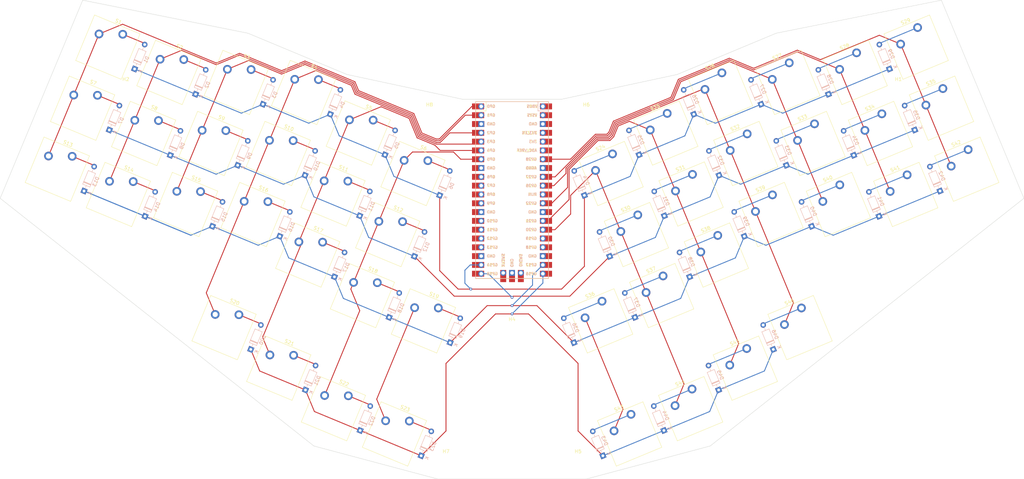
<source format=kicad_pcb>
(kicad_pcb (version 20221018) (generator pcbnew)
  (layers (0 "F.Cu" signal) (31 "B.Cu" signal) (34 "B.Paste" user) (35 "F.Paste" user) (36 "B.SilkS" user "B.Silkscreen") (37 "F.SilkS" user "F.Silkscreen") (38 "B.Mask" user) (39 "F.Mask" user) (44 "Edge.Cuts" user))
  (net 0 "")
  (net 1 "row0")
  (net 2 "Net-(D1-A)")
  (net 3 "Net-(D2-A)")
  (net 4 "Net-(D3-A)")
  (net 5 "Net-(D4-A)")
  (net 6 "Net-(D5-A)")
  (net 7 "Net-(D6-A)")
  (net 8 "row1")
  (net 9 "Net-(D7-A)")
  (net 10 "Net-(D8-A)")
  (net 11 "Net-(D9-A)")
  (net 12 "Net-(D10-A)")
  (net 13 "Net-(D11-A)")
  (net 14 "Net-(D12-A)")
  (net 15 "row2")
  (net 16 "Net-(D13-A)")
  (net 17 "Net-(D14-A)")
  (net 18 "Net-(D15-A)")
  (net 19 "Net-(D16-A)")
  (net 20 "Net-(D17-A)")
  (net 21 "Net-(D18-A)")
  (net 22 "Net-(D19-A)")
  (net 23 "row3")
  (net 24 "Net-(D20-A)")
  (net 25 "Net-(D21-A)")
  (net 26 "Net-(D22-A)")
  (net 27 "Net-(D23-A)")
  (net 28 "Net-(D24-A)")
  (net 29 "Net-(D25-A)")
  (net 30 "Net-(D26-A)")
  (net 31 "Net-(D27-A)")
  (net 32 "Net-(D28-A)")
  (net 33 "Net-(D29-A)")
  (net 34 "Net-(D30-A)")
  (net 35 "Net-(D31-A)")
  (net 36 "Net-(D32-A)")
  (net 37 "Net-(D33-A)")
  (net 38 "Net-(D34-A)")
  (net 39 "Net-(D35-A)")
  (net 40 "Net-(D36-A)")
  (net 41 "Net-(D37-A)")
  (net 42 "Net-(D38-A)")
  (net 43 "Net-(D39-A)")
  (net 44 "Net-(D40-A)")
  (net 45 "Net-(D41-A)")
  (net 46 "Net-(D42-A)")
  (net 47 "Net-(D43-A)")
  (net 48 "Net-(D44-A)")
  (net 49 "Net-(D45-A)")
  (net 50 "Net-(D46-A)")
  (net 76 "col0")
  (net 77 "col1")
  (net 78 "col2")
  (net 79 "col3")
  (net 80 "col4")
  (net 81 "col5")
  (net 82 "col6")
  (net 83 "col8")
  (net 84 "col9")
  (net 85 "col10")
  (net 86 "col11")
  (net 87 "col12")
  (net 88 "col13")
  (net 89 "col7")
  (footprint "MountingHole:MountingHole_2.2mm_M2" (layer "F.Cu") (at 36.2179 33.1444)
    (fp_text reference "H2")
    (fp_text value "Mounting_Hole")
  )
  (footprint "ScottoKeebs_MX:MX_PCB_1.00u" (layer "F.Cu") (at 122.082166 99.63993 -22.5)
    (fp_text reference "S19")
    (fp_text value "Keyswitch")
  )
  (footprint "ScottoKeebs_MX:MX_PCB_1.00u" (layer "F.Cu") (at 199.150473 124.972175 22.5)
    (fp_text reference "S44")
    (fp_text value "Keyswitch")
  )
  (footprint "MountingHole:MountingHole_2.2mm_M2" (layer "F.Cu") (at 169.06875 40.48125)
    (fp_text reference "H6")
    (fp_text value "Mounting_Hole")
  )
  (footprint "ScottoKeebs_MX:MX_PCB_1.00u" (layer "F.Cu") (at 41.372759 45.589428 -22.5)
    (fp_text reference "S8")
    (fp_text value "Keyswitch")
  )
  (footprint "ScottoKeebs_MX:MX_PCB_1.00u" (layer "F.Cu") (at 264.212026 20.699403 22.5)
    (fp_text reference "S29")
    (fp_text value "Keyswitch")
  )
  (footprint "ScottoKeebs_MX:MX_PCB_1.00u" (layer "F.Cu") (at 48.66288 27.989522 -22.5)
    (fp_text reference "S2")
    (fp_text value "Keyswitch")
  )
  (footprint "ScottoKeebs_MX:MX_PCB_1.00u" (layer "F.Cu") (at 206.570115 80.659715 22.5)
    (fp_text reference "S38")
    (fp_text value "Keyswitch")
  )
  (footprint "ScottoKeebs_MX:MX_PCB_1.00u" (layer "F.Cu") (at 181.550568 132.262292 22.5)
    (fp_text reference "S43")
    (fp_text value "Keyswitch")
  )
  (footprint "ScottoKeebs_MX:MX_PCB_1.00u" (layer "F.Cu") (at 80.347153 113.282078 -22.5)
    (fp_text reference "S21")
    (fp_text value "Keyswitch")
  )
  (footprint "ScottoKeebs_MX:MX_PCB_1.00u" (layer "F.Cu") (at 190.79274 92.34981 22.5)
    (fp_text reference "S37")
    (fp_text value "Keyswitch")
  )
  (footprint "ScottoKeebs_MX:MX_PCB_1.00u" (layer "F.Cu") (at 253.902241 45.589428 22.5)
    (fp_text reference "S34")
    (fp_text value "Keyswitch")
  )
  (footprint "ScottoKeebs_MX:MX_PCB_1.00u" (layer "F.Cu") (at 191.989876 45.459904 22.5)
    (fp_text reference "S25")
    (fp_text value "Keyswitch")
  )
  (footprint "ScottoKeebs_MX:MX_PCB_1.00u" (layer "F.Cu") (at 87.50775 33.769809 -22.5)
    (fp_text reference "S4")
    (fp_text value "Keyswitch")
  )
  (footprint "ScottoKeebs_MX:MX_PCB_1.00u" (layer "F.Cu") (at 31.062975 20.699403 -22.5)
    (fp_text reference "S1")
    (fp_text value "Keyswitch")
  )
  (footprint "ScottoKeebs_MX:MX_PCB_1.00u" (layer "F.Cu") (at 222.34749 68.969618 22.5)
    (fp_text reference "S39")
    (fp_text value "Keyswitch")
  )
  (footprint "ScottoKeebs_MX:MX_PCB_1.00u" (layer "F.Cu") (at 215.057371 51.369713 22.5)
    (fp_text reference "S32")
    (fp_text value "Keyswitch")
  )
  (footprint "ScottoKeebs_MX:MX_PCB_1.00u" (layer "F.Cu") (at 103.285125 45.459904 -22.5)
    (fp_text reference "S5")
    (fp_text value "Keyswitch")
  )
  (footprint "ScottoKeebs_MX:MX_PCB_1.00u" (layer "F.Cu") (at 95.995004 63.05981 -22.5)
    (fp_text reference "S11")
    (fp_text value "Keyswitch")
  )
  (footprint "ScottoKeebs_MX:MX_PCB_1.00u" (layer "F.Cu") (at 227.189686 30.879665 22.5)
    (fp_text reference "S27")
    (fp_text value "Keyswitch")
  )
  (footprint "ScottoKeebs_MX:MX_PCB_1.00u" (layer "F.Cu") (at 104.482261 92.34981 -22.5)
    (fp_text reference "S18")
    (fp_text value "Keyswitch")
  )
  (footprint "ScottoKeebs_MX:MX_PCB_1.00u" (layer "F.Cu") (at 183.50262 74.749905 22.5)
    (fp_text reference "S30")
    (fp_text value "Keyswitch")
  )
  (footprint "MountingHole:MountingHole_2.2mm_M2" (layer "F.Cu") (at 123.825 40.48125)
    (fp_text reference "H8")
    (fp_text value "Mounting_Hole")
  )
  (footprint "ScottoKeebs_MX:MX_PCB_1.00u" (layer "F.Cu") (at 80.217631 51.369714 -22.5)
    (fp_text reference "S10")
    (fp_text value "Keyswitch")
  )
  (footprint "ScottoKeebs_MX:MX_PCB_1.00u" (layer "F.Cu") (at 214.927849 113.282078 22.5)
    (fp_text reference "S45")
    (fp_text value "Keyswitch")
  )
  (footprint "ScottoKeebs_MX:MX_PCB_1.00u" (layer "F.Cu") (at 230.705224 101.591983 22.5)
    (fp_text reference "S46")
    (fp_text value "Keyswitch")
  )
  (footprint "ScottoKeebs_MX:MX_PCB_1.00u" (layer "F.Cu") (at 261.192359 63.189333 22.5)
    (fp_text reference "S41")
    (fp_text value "Keyswitch")
  )
  (footprint "MountingHole:MountingHole_2.2mm_M2" (layer "F.Cu") (at 147.6375 102.39375)
    (fp_text reference "H4")
    (fp_text value "Mounting_Hole")
  )
  (footprint "ScottoKeebs_MX:MX_PCB_1.00u" (layer "F.Cu") (at 16.482736 55.899213 -22.5)
    (fp_text reference "S13")
    (fp_text value "Keyswitch")
  )
  (footprint "ScottoKeebs_MX:MX_PCB_1.00u" (layer "F.Cu") (at 241.769925 66.079475 22.5)
    (fp_text reference "S40")
    (fp_text value "Keyswitch")
  )
  (footprint "ScottoKeebs_MX:MX_PCB_1.00u" (layer "F.Cu") (at 173.192836 99.63993 22.5)
    (fp_text reference "S36")
    (fp_text value "Keyswitch")
  )
  (footprint "ScottoKeebs_MX:MX_PCB_1.00u" (layer "F.Cu") (at 60.795195 48.479571 -22.5)
    (fp_text reference "S9")
    (fp_text value "Keyswitch")
  )
  (footprint "ScottoKeebs_MX:MX_PCB_1.00u" (layer "F.Cu") (at 53.505076 66.079476 -22.5)
    (fp_text reference "S15")
    (fp_text value "Keyswitch")
  )
  (footprint "ScottoKeebs_MX:MX_PCB_1.00u" (layer "F.Cu") (at 271.502146 38.299308 22.5)
    (fp_text reference "S35")
    (fp_text value "Keyswitch")
  )
  (footprint "ScottoKeebs_MX:MX_PCB_1.00u" (layer "F.Cu") (at 72.927511 68.969619 -22.5)
    (fp_text reference "S16")
    (fp_text value "Keyswitch")
  )
  (footprint "ScottoKeebs_MX:MX_PCB_1.00u" (layer "F.Cu") (at 119.0625 57.15 -22.5)
    (fp_text reference "S6")
    (fp_text value "Keyswitch")
  )
  (footprint "MountingHole:MountingHole_2.2mm_M2" (layer "F.Cu") (at 166.6875 140.49375)
    (fp_text reference "H5")
    (fp_text value "Mounting_Hole")
  )
  (footprint "ScottoKeebs_MX:MX_PCB_1.00u" (layer "F.Cu") (at 96.124529 124.972174 -22.5)
    (fp_text reference "S22")
    (fp_text value "Keyswitch")
  )
  (footprint "ScottoKeebs_MX:MX_PCB_1.00u" (layer "F.Cu") (at 34.082641 63.189333 -22.5)
    (fp_text reference "S14")
    (fp_text value "Keyswitch")
  )
  (footprint "ScottoKeebs_MX:MX_PCB_1.00u" (layer "F.Cu") (at 68.085315 30.879667 -22.5)
    (fp_text reference "S3")
    (fp_text value "Keyswitch")
  )
  (footprint "ScottoKeebs_MX:MX_PCB_1.00u" (layer "F.Cu") (at 64.569778 101.591983 -22.5)
    (fp_text reference "S20")
    (fp_text value "Keyswitch")
  )
  (footprint "ScottoKeebs_MX:MX_PCB_1.00u" (layer "F.Cu") (at 113.724434 132.262293 -22.5)
    (fp_text reference "S23")
    (fp_text value "Keyswitch")
  )
  (footprint "ScottoKeebs_MX:MX_PCB_1.00u" (layer "F.Cu") (at 176.2125 57.15 22.5)
    (fp_text reference "S24")
    (fp_text value "Keyswitch")
  )
  (footprint "ScottoKeebs_MCU:Raspberry_Pi_Pico" (layer "F.Cu") (at 147.6375 61.9125)
    (fp_text reference "U1" hide)
    (fp_text value "Raspberry_Pi_Pico" hide)
  )
  (footprint "ScottoKeebs_MX:MX_PCB_1.00u" (layer "F.Cu") (at 88.704886 80.659715 -22.5)
    (fp_text reference "S17")
    (fp_text value "Keyswitch")
  )
  (footprint "MountingHole:MountingHole_2.2mm_M2" (layer "F.Cu") (at 128.5875 140.49375)
    (fp_text reference "H7")
    (fp_text value "Mounting_Hole")
  )
  (footprint "ScottoKeebs_MX:MX_PCB_1.00u" (layer "F.Cu") (at 23.772855 38.299308 -22.5)
    (fp_text reference "S7")
    (fp_text value "Keyswitch")
  )
  (footprint "ScottoKeebs_MX:MX_PCB_1.00u" (layer "F.Cu") (at 234.479807 48.47957 22.5)
    (fp_text reference "S33")
    (fp_text value "Keyswitch")
  )
  (footprint "ScottoKeebs_MX:MX_PCB_1.00u" (layer "F.Cu") (at 199.279997 63.059808 22.5)
    (fp_text reference "S31")
    (fp_text value "Keyswitch")
  )
  (footprint "ScottoKeebs_MX:MX_PCB_1.00u" (layer "F.Cu") (at 246.612121 27.989522 22.5)
    (fp_text reference "S28")
    (fp_text value "Keyswitch")
  )
  (footprint "ScottoKeebs_MX:MX_PCB_1.00u" (layer "F.Cu") (at 111.772381 74.749905 -22.5)
    (fp_text reference "S12")
    (fp_text value "Keyswitch")
  )
  (footprint "MountingHole:MountingHole_2.2mm_M2" (layer "F.Cu") (at 259.0571 33.1444)
    (fp_text reference "H1")
    (fp_text value "Mounting_Hole")
  )
  (footprint "ScottoKeebs_MX:MX_PCB_1.00u" (layer "F.Cu") (at 278.792265 55.899213 22.5)
    (fp_text reference "S42")
    (fp_text value "Keyswitch")
  )
  (footprint "ScottoKeebs_MX:MX_PCB_1.00u" (layer "F.Cu") (at 207.76725 33.769808 22.5)
    (fp_text reference "S26")
    (fp_text value "Keyswitch")
  )
  (footprint "ScottoKeebs_Components:Diode_DO-35" (layer "B.Cu") (at 110.99156 51.74495 67.5)
    (fp_text reference "D5")
    (fp_text value "Diode")
  )
  (footprint "ScottoKeebs_Components:Diode_DO-35" (layer "B.Cu") (at 49.079194 51.874473 67.5)
    (fp_text reference "D8")
    (fp_text value "Diode")
  )
  (footprint "ScottoKeebs_Components:Diode_DO-35" (layer "B.Cu") (at 165.4864 105.924975 112.5)
    (fp_text reference "D36")
    (fp_text value "Diode")
  )
  (footprint "ScottoKeebs_Components:Diode_DO-35" (layer "B.Cu") (at 103.70144 69.344855 67.5)
    (fp_text reference "D11")
    (fp_text value "Diode")
  )
  (footprint "ScottoKeebs_Components:Diode_DO-35" (layer "B.Cu") (at 207.350936 57.654759 112.5)
    (fp_text reference "D32")
    (fp_text value "Diode")
  )
  (footprint "ScottoKeebs_Components:Diode_DO-35" (layer "B.Cu") (at 61.21151 72.364521 67.5)
    (fp_text reference "D15")
    (fp_text value "Diode")
  )
  (footprint "ScottoKeebs_Components:Diode_DO-35" (layer "B.Cu") (at 168.506066 63.435045 112.5)
    (fp_text reference "D24")
    (fp_text value "Diode")
  )
  (footprint "ScottoKeebs_Components:Diode_DO-35" (layer "B.Cu") (at 271.085831 62.184259 112.5)
    (fp_text reference "D42")
    (fp_text value "Diode")
  )
  (footprint "ScottoKeebs_Components:Diode_DO-35" (layer "B.Cu") (at 234.063491 72.36452 112.5)
    (fp_text reference "D40")
    (fp_text value "Diode")
  )
  (footprint "ScottoKeebs_Components:Diode_DO-35" (layer "B.Cu") (at 103.830963 131.257219 67.5)
    (fp_text reference "D22")
    (fp_text value "Diode")
  )
  (footprint "ScottoKeebs_Components:Diode_DO-35" (layer "B.Cu") (at 214.641056 75.254664 112.5)
    (fp_text reference "D39")
    (fp_text value "Diode")
  )
  (footprint "ScottoKeebs_Components:Diode_DO-35" (layer "B.Cu") (at 38.769409 26.984449 67.5)
    (fp_text reference "D1")
    (fp_text value "Diode")
  )
  (footprint "ScottoKeebs_Components:Diode_DO-35" (layer "B.Cu") (at 263.795711 44.584353 112.5)
    (fp_text reference "D35")
    (fp_text value "Diode")
  )
  (footprint "ScottoKeebs_Components:Diode_DO-35" (layer "B.Cu") (at 56.369314 34.274568 67.5)
    (fp_text reference "D2")
    (fp_text value "Diode")
  )
  (footprint "ScottoKeebs_Components:Diode_DO-35" (layer "B.Cu") (at 219.483252 37.164711 112.5)
    (fp_text reference "D27")
    (fp_text value "Diode")
  )
  (footprint "ScottoKeebs_Components:Diode_DO-35" (layer "B.Cu") (at 87.924065 57.654759 67.5)
    (fp_text reference "D10")
    (fp_text value "Diode")
  )
  (footprint "ScottoKeebs_Components:Diode_DO-35" (layer "B.Cu") (at 31.47929 44.584354 67.5)
    (fp_text reference "D7")
    (fp_text value "Diode")
  )
  (footprint "ScottoKeebs_Components:Diode_DO-35" (layer "B.Cu") (at 88.053588 119.567123 67.5)
    (fp_text reference "D21")
    (fp_text value "Diode")
  )
  (footprint "ScottoKeebs_Components:Diode_DO-35" (layer "B.Cu") (at 200.060817 40.054854 112.5)
    (fp_text reference "D26")
    (fp_text value "Diode")
  )
  (footprint "ScottoKeebs_Components:Diode_DO-35" (layer "B.Cu") (at 173.844133 138.547338 112.5)
    (fp_text reference "D43")
    (fp_text value "Diode")
  )
  (footprint "ScottoKeebs_Components:Diode_DO-35" (layer "B.Cu") (at 191.573561 69.344853 112.5)
    (fp_text reference "D31")
    (fp_text value "Diode")
  )
  (footprint "ScottoKeebs_Components:Diode_DO-35" (layer "B.Cu") (at 80.633946 75.254663 67.5)
    (fp_text reference "D16")
    (fp_text value "Diode")
  )
  (footprint "ScottoKeebs_Components:Diode_DO-35" (layer "B.Cu") (at 96.411321 86.94476 67.5)
    (fp_text reference "D17")
    (fp_text value "Diode")
  )
  (footprint "ScottoKeebs_Components:Diode_DO-35" (layer "B.Cu") (at 184.283443 51.74495 112.5)
    (fp_text reference "D25")
    (fp_text value "Diode")
  )
  (footprint "ScottoKeebs_Components:Diode_DO-35" (layer "B.Cu") (at 68.50163 54.764616 67.5)
    (fp_text reference "D9")
    (fp_text value "Diode")
  )
  (footprint "ScottoKeebs_Components:Diode_DO-35" (layer "B.Cu") (at 256.505592 26.984449 112.5)
    (fp_text reference "D29")
    (fp_text value "Diode")
  )
  (footprint "ScottoKeebs_Components:Diode_DO-35" (layer "B.Cu") (at 253.485925 69.474378 112.5)
    (fp_text reference "D41")
    (fp_text value "Diode")
  )
  (footprint "ScottoKeebs_Components:Diode_DO-35" (layer "B.Cu") (at 112.188696 98.634856 67.5)
    (fp_text reference "D18")
    (fp_text value "Diode")
  )
  (footprint "ScottoKeebs_Components:Diode_DO-35" (layer "B.Cu") (at 119.478815 81.034951 67.5)
    (fp_text reference "D12")
    (fp_text value "Diode")
  )
  (footprint "ScottoKeebs_Components:Diode_DO-35" (layer "B.Cu") (at 75.791749 37.164711 67.5)
    (fp_text reference "D3")
    (fp_text value "Diode")
  )
  (footprint "ScottoKeebs_Components:Diode_DO-35" (layer "B.Cu") (at 222.998788 107.877028 112.5)
    (fp_text reference "D46")
    (fp_text value "Diode")
  )
  (footprint "ScottoKeebs_Components:Diode_DO-35" (layer "B.Cu") (at 129.788601 105.924975 67.5)
    (fp_text reference "D19")
    (fp_text value "Diode")
  )
  (footprint "ScottoKeebs_Components:Diode_DO-35" (layer "B.Cu") (at 121.430868 138.547339 67.5)
    (fp_text reference "D23")
    (fp_text value "Diode")
  )
  (footprint "ScottoKeebs_Components:Diode_DO-35" (layer "B.Cu") (at 72.276212 107.877029 67.5)
    (fp_text reference "D20")
    (fp_text value "Diode")
  )
  (footprint "ScottoKeebs_Components:Diode_DO-35" (layer "B.Cu") (at 226.773371 54.764616 112.5)
    (fp_text reference "D33")
    (fp_text value "Diode")
  )
  (footprint "ScottoKeebs_Components:Diode_DO-35" (layer "B.Cu") (at 238.905686 34.274568 112.5)
    (fp_text reference "D28")
    (fp_text value "Diode")
  )
  (footprint "ScottoKeebs_Components:Diode_DO-35" (layer "B.Cu") (at 207.221413 119.567123 112.5)
    (fp_text reference "D45")
    (fp_text value "Diode")
  )
  (footprint "ScottoKeebs_Components:Diode_DO-35" (layer "B.Cu") (at 191.444038 131.257219 112.5)
    (fp_text reference "D44")
    (fp_text value "Diode")
  )
  (footprint "ScottoKeebs_Components:Diode_DO-35" (layer "B.Cu") (at 175.796186 81.034951 112.5)
    (fp_text reference "D30")
    (fp_text value "Diode")
  )
  (footprint "ScottoKeebs_Components:Diode_DO-35" (layer "B.Cu") (at 24.18917 62.184259 67.5)
    (fp_text reference "D13")
    (fp_text value "Diode")
  )
  (footprint "ScottoKeebs_Components:Diode_DO-35" (layer "B.Cu") (at 246.195806 51.874473 112.5)
    (fp_text reference "D34")
    (fp_text value "Diode")
  )
  (footprint "ScottoKeebs_Components:Diode_DO-35" (layer "B.Cu") (at 183.086305 98.634855 112.5)
    (fp_text reference "D37")
    (fp_text value "Diode")
  )
  (footprint "ScottoKeebs_Components:Diode_DO-35" (layer "B.Cu") (at 95.214185 40.054855 67.5)
    (fp_text reference "D4")
    (fp_text value "Diode")
  )
  (footprint "ScottoKeebs_Components:Diode_DO-35" (layer "B.Cu") (at 126.768935 63.435045 67.5)
    (fp_text reference "D6")
    (fp_text value "Diode")
  )
  (footprint "ScottoKeebs_Components:Diode_DO-35" (layer "B.Cu") (at 41.789075 69.474378 67.5)
    (fp_text reference "D14")
    (fp_text value "Diode")
  )
  (footprint "ScottoKeebs_Components:Diode_DO-35" (layer "B.Cu") (at 198.86368 86.94476 112.5)
    (fp_text reference "D38")
    (fp_text value "Diode")
  )
  (gr_line (start 100.0125 28.575) (end 71.4375 16.66875) (stroke (width 0.1)) (layer "Edge.Cuts"))
  (gr_line (start 271.4625 7.14375) (end 295.275 64.29375) (stroke (width 0.1)) (layer "Edge.Cuts"))
  (gr_line (start 23.8125 7.14375) (end 0 64.29375) (stroke (width 0.1)) (layer "Edge.Cuts"))
  (gr_line (start 0 64.29375) (end 90.4875 135.73125) (stroke (width 0.1)) (layer "Edge.Cuts"))
  (gr_line (start 71.4375 16.66875) (end 23.8125 7.14375) (stroke (width 0.1)) (layer "Edge.Cuts"))
  (gr_line (start 161.925 35.71875) (end 195.2625 28.575) (stroke (width 0.1)) (layer "Edge.Cuts"))
  (gr_line (start 195.2625 28.575) (end 223.8375 16.66875) (stroke (width 0.1)) (layer "Edge.Cuts"))
  (gr_line (start 133.35 35.71875) (end 100.0125 28.575) (stroke (width 0.1)) (layer "Edge.Cuts"))
  (gr_line (start 223.8375 16.66875) (end 271.4625 7.14375) (stroke (width 0.1)) (layer "Edge.Cuts"))
  (gr_line (start 204.7875 135.73125) (end 169.06875 145.25625) (stroke (width 0.1)) (layer "Edge.Cuts"))
  (gr_line (start 90.4875 135.73125) (end 126.20625 145.25625) (stroke (width 0.1)) (layer "Edge.Cuts"))
  (gr_line (start 133.35 35.71875) (end 161.925 35.71875) (stroke (width 0.1)) (layer "Edge.Cuts"))
  (gr_line (start 169.06875 145.25625) (end 126.20625 145.25625) (stroke (width 0.1)) (layer "Edge.Cuts"))
  (gr_line (start 295.275 64.29375) (end 204.7875 135.73125) (stroke (width 0.1)) (layer "Edge.Cuts"))
  (segment (start 168.506066 83.906434) (end 161.925 90.4875) (width 0.25) (layer "F.Cu") (net 1))
  (segment (start 126.768935 63.435045) (end 126.768935 85.162315) (width 0.25) (layer "F.Cu") (net 1))
  (segment (start 161.925 90.4875) (end 135.73125 90.4875) (width 0.25) (layer "F.Cu") (net 1))
  (segment (start 132.09412 90.4875) (end 135.73125 90.4875) (width 0.25) (layer "F.Cu") (net 1))
  (segment (start 126.768935 85.162315) (end 132.09412 90.4875) (width 0.25) (layer "F.Cu") (net 1))
  (segment (start 168.506066 63.435045) (end 168.506066 83.906434) (width 0.25) (layer "F.Cu") (net 1))
  (via (at 135.73125 90.4875) (size 0.8) (drill 0.4) (layers "F.Cu" "B.Cu") (net 1))
  (segment (start 184.283443 51.74495) (end 181.705996 57.967455) (width 0.25) (layer "B.Cu") (net 1))
  (segment (start 181.705996 57.967455) (end 168.506066 63.435045) (width 0.25) (layer "B.Cu") (net 1))
  (segment (start 97.791631 46.27736) (end 110.99156 51.74495) (width 0.25) (layer "B.Cu") (net 1))
  (segment (start 256.505592 26.984449) (end 238.905686 34.274568) (width 0.25) (layer "B.Cu") (net 1))
  (segment (start 135.73125 90.4875) (end 134.031919 88.788169) (width 0.25) (layer "B.Cu") (net 1))
  (segment (start 113.569005 57.967455) (end 126.768935 63.435045) (width 0.25) (layer "B.Cu") (net 1))
  (segment (start 197.48337 46.27736) (end 184.283443 51.74495) (width 0.25) (layer "B.Cu") (net 1))
  (segment (start 56.369314 34.274568) (end 69.569243 39.742157) (width 0.25) (layer "B.Cu") (net 1))
  (segment (start 88.991678 42.632301) (end 95.214185 40.054855) (width 0.25) (layer "B.Cu") (net 1))
  (segment (start 135.5725 83.5025) (end 138.7475 83.5025) (width 0.25) (layer "B.Cu") (net 1))
  (segment (start 200.060817 40.054854) (end 197.48337 46.27736) (width 0.25) (layer "B.Cu") (net 1))
  (segment (start 110.99156 51.74495) (end 113.569005 57.967455) (width 0.25) (layer "B.Cu") (net 1))
  (segment (start 95.214185 40.054855) (end 97.791631 46.27736) (width 0.25) (layer "B.Cu") (net 1))
  (segment (start 206.283323 42.632301) (end 200.060817 40.054854) (width 0.25) (layer "B.Cu") (net 1))
  (segment (start 225.705758 39.742157) (end 219.483252 37.164711) (width 0.25) (layer "B.Cu") (net 1))
  (segment (start 69.569243 39.742157) (end 75.791749 37.164711) (width 0.25) (layer "B.Cu") (net 1))
  (segment (start 134.031919 85.043081) (end 135.5725 83.5025) (width 0.25) (layer "B.Cu") (net 1))
  (segment (start 38.769409 26.984449) (end 56.369314 34.274568) (width 0.25) (layer "B.Cu") (net 1))
  (segment (start 134.031919 88.788169) (end 134.031919 85.043081) (width 0.25) (layer "B.Cu") (net 1))
  (segment (start 238.905686 34.274568) (end 225.705758 39.742157) (width 0.25) (layer "B.Cu") (net 1))
  (segment (start 75.791749 37.164711) (end 88.991678 42.632301) (width 0.25) (layer "B.Cu") (net 1))
  (segment (start 219.483252 37.164711) (end 206.283323 42.632301) (width 0.25) (layer "B.Cu") (net 1))
  (segment (start 35.35366 16.978111) (end 41.513626 19.529653) (width 0.25) (layer "F.Cu") (net 2))
  (segment (start 41.513626 19.529653) (end 41.685457 19.944486) (width 0.25) (layer "F.Cu") (net 2))
  (segment (start 59.113532 26.819771) (end 59.285362 27.234606) (width 0.25) (layer "F.Cu") (net 3))
  (segment (start 52.953565 24.268229) (end 59.113532 26.819771) (width 0.25) (layer "F.Cu") (net 3))
  (segment (start 78.535967 29.709915) (end 78.707797 30.124749) (width 0.25) (layer "F.Cu") (net 4))
  (segment (start 72.376001 27.158374) (end 78.535967 29.709915) (width 0.25) (layer "F.Cu") (net 4))
  (segment (start 97.958402 32.600058) (end 98.130232 33.014892) (width 0.25) (layer "F.Cu") (net 5))
  (segment (start 91.798436 30.048517) (end 97.958402 32.600058) (width 0.25) (layer "F.Cu") (net 5))
  (segment (start 113.735777 44.290154) (end 113.907607 44.704988) (width 0.25) (layer "F.Cu") (net 6))
  (segment (start 107.575811 41.738612) (end 113.735777 44.290154) (width 0.25) (layer "F.Cu") (net 6))
  (segment (start 123.353186 53.428708) (end 129.513154 55.98025) (width 0.25) (layer "F.Cu") (net 7))
  (segment (start 129.513154 55.98025) (end 129.684983 56.395082) (width 0.25) (layer "F.Cu") (net 7))
  (segment (start 164.306251 92.524886) (end 147.981364 92.524886) (width 0.25) (layer "F.Cu") (net 8))
  (segment (start 119.478815 81.034951) (end 130.96875 92.524886) (width 0.25) (layer "F.Cu") (net 8))
  (segment (start 130.96875 92.524886) (end 147.293636 92.524886) (width 0.25) (layer "F.Cu") (net 8))
  (segment (start 147.293636 92.524886) (end 147.6375 92.86875) (width 0.25) (layer "F.Cu") (net 8))
  (segment (start 147.981364 92.524886) (end 147.6375 92.86875) (width 0.25) (layer "F.Cu") (net 8))
  (segment (start 164.306251 92.524886) (end 175.796186 81.034951) (width 0.25) (layer "F.Cu") (net 8))
  (via (at 147.6375 92.86875) (size 0.8) (drill 0.4) (layers "F.Cu" "B.Cu") (net 8))
  (segment (start 213.573441 60.232205) (end 207.350936 57.654759) (width 0.25) (layer "B.Cu") (net 8))
  (segment (start 263.795711 44.584353) (end 246.195806 51.874473) (width 0.25) (layer "B.Cu") (net 8))
  (segment (start 232.995877 57.342063) (end 226.773371 54.764616) (width 0.25) (layer "B.Cu") (net 8))
  (segment (start 68.50163 54.764616) (end 81.701558 60.232207) (width 0.25) (layer "B.Cu") (net 8))
  (segment (start 106.278887 75.567362) (end 119.478815 81.034951) (width 0.25) (layer "B.Cu") (net 8))
  (segment (start 140.81125 86.0425) (end 138.7475 86.0425) (width 0.25) (layer "B.Cu") (net 8))
  (segment (start 90.501511 63.877265) (end 103.70144 69.344855) (width 0.25) (layer "B.Cu") (net 8))
  (segment (start 204.77349 63.877265) (end 191.573561 69.344853) (width 0.25) (layer "B.Cu") (net 8))
  (segment (start 87.924065 57.654759) (end 90.501511 63.877265) (width 0.25) (layer "B.Cu") (net 8))
  (segment (start 188.996114 75.567363) (end 175.796186 81.034951) (width 0.25) (layer "B.Cu") (net 8))
  (segment (start 207.350936 57.654759) (end 204.77349 63.877265) (width 0.25) (layer "B.Cu") (net 8))
  (segment (start 62.279124 57.342063) (end 68.50163 54.764616) (width 0.25) (layer "B.Cu") (net 8))
  (segment (start 81.701558 60.232207) (end 87.924065 57.654759) (width 0.25) (layer "B.Cu") (net 8))
  (segment (start 103.70144 69.344855) (end 106.278887 75.567362) (width 0.25) (layer "B.Cu") (net 8))
  (segment (start 147.6375 92.86875) (end 140.81125 86.0425) (width 0.25) (layer "B.Cu") (net 8))
  (segment (start 191.573561 69.344853) (end 188.996114 75.567363) (width 0.25) (layer "B.Cu") (net 8))
  (segment (start 31.47929 44.584354) (end 62.279124 57.342063) (width 0.25) (layer "B.Cu") (net 8))
  (segment (start 226.773371 54.764616) (end 213.573441 60.232205) (width 0.25) (layer "B.Cu") (net 8))
  (segment (start 246.195806 51.874473) (end 232.995877 57.342063) (width 0.25) (layer "B.Cu") (net 8))
  (segment (start 28.063541 34.578016) (end 34.223508 37.129558) (width 0.25) (layer "F.Cu") (net 9))
  (segment (start 34.223508 37.129558) (end 34.395338 37.544392) (width 0.25) (layer "F.Cu") (net 9))
  (segment (start 51.823414 44.419678) (end 51.995243 44.834511) (width 0.25) (layer "F.Cu") (net 10))
  (segment (start 45.663445 41.868137) (end 51.823414 44.419678) (width 0.25) (layer "F.Cu") (net 10))
  (segment (start 65.085881 44.758279) (end 71.245848 47.30982) (width 0.25) (layer "F.Cu") (net 11))
  (segment (start 71.245848 47.30982) (end 71.417678 47.724654) (width 0.25) (layer "F.Cu") (net 11))
  (segment (start 84.508316 47.648422) (end 90.668282 50.199963) (width 0.25) (layer "F.Cu") (net 12))
  (segment (start 90.668282 50.199963) (end 90.840113 50.614797) (width 0.25) (layer "F.Cu") (net 12))
  (segment (start 106.445658 61.890058) (end 106.617488 62.304893) (width 0.25) (layer "F.Cu") (net 13))
  (segment (start 100.28569 59.338517) (end 106.445658 61.890058) (width 0.25) (layer "F.Cu") (net 13))
  (segment (start 122.223032 73.580154) (end 122.394863 73.994989) (width 0.25) (layer "F.Cu") (net 14))
  (segment (start 116.063066 71.028613) (end 122.223032 73.580154) (width 0.25) (layer "F.Cu") (net 14))
  (segment (start 165.4864 105.924975) (end 154.811425 95.25) (width 0.25) (layer "F.Cu") (net 15))
  (segment (start 140.463576 95.25) (end 147.6375 95.25) (width 0.25) (layer "F.Cu") (net 15))
  (segment (start 129.788601 105.924975) (end 140.463576 95.25) (width 0.25) (layer "F.Cu") (net 15))
  (segment (start 147.6375 95.25) (end 154.811425 95.25) (width 0.25) (layer "F.Cu") (net 15))
  (via (at 147.6375 95.25) (size 0.8) (drill 0.4) (layers "F.Cu" "B.Cu") (net 15))
  (segment (start 183.086305 98.634855) (end 165.4864 105.924975) (width 0.25) (layer "B.Cu") (net 15))
  (segment (start 240.285997 74.941968) (end 234.063491 72.36452) (width 0.25) (layer "B.Cu") (net 15))
  (segment (start 196.286234 93.167264) (end 183.086305 98.634855) (width 0.25) (layer "B.Cu") (net 15))
  (segment (start 198.86368 86.94476) (end 196.286234 93.167264) (width 0.25) (layer "B.Cu") (net 15))
  (segment (start 220.863562 77.83211) (end 214.641056 75.254664) (width 0.25) (layer "B.Cu") (net 15))
  (segment (start 98.988767 93.167266) (end 112.188696 98.634856) (width 0.25) (layer "B.Cu") (net 15))
  (segment (start 147.6375 95.25) (end 153.55995 89.32755) (width 0.25) (layer "B.Cu") (net 15))
  (segment (start 112.188696 98.634856) (end 129.788601 105.924975) (width 0.25) (layer "B.Cu") (net 15))
  (segment (start 41.789075 69.474378) (end 24.18917 62.184259) (width 0.25) (layer "B.Cu") (net 15))
  (segment (start 153.55995 86.47005) (end 156.5275 83.5025) (width 0.25) (layer "B.Cu") (net 15))
  (segment (start 214.641056 75.254664) (end 212.063609 81.47717) (width 0.25) (layer "B.Cu") (net 15))
  (segment (start 74.411439 77.832111) (end 80.633946 75.254663) (width 0.25) (layer "B.Cu") (net 15))
  (segment (start 153.55995 89.32755) (end 153.55995 86.47005) (width 0.25) (layer "B.Cu") (net 15))
  (segment (start 96.411321 86.94476) (end 98.988767 93.167266) (width 0.25) (layer "B.Cu") (net 15))
  (segment (start 80.633946 75.254663) (end 83.211392 81.47717) (width 0.25) (layer "B.Cu") (net 15))
  (segment (start 83.211392 81.47717) (end 96.411321 86.94476) (width 0.25) (layer "B.Cu") (net 15))
  (segment (start 61.21151 72.364521) (end 74.411439 77.832111) (width 0.25) (layer "B.Cu") (net 15))
  (segment (start 271.085831 62.184259) (end 253.485925 69.474378) (width 0.25) (layer "B.Cu") (net 15))
  (segment (start 234.063491 72.36452) (end 220.863562 77.83211) (width 0.25) (layer "B.Cu") (net 15))
  (segment (start 24.18917 62.184259) (end 54.989004 74.941968) (width 0.25) (layer "B.Cu") (net 15))
  (segment (start 253.485925 69.474378) (end 240.285997 74.941968) (width 0.25) (layer "B.Cu") (net 15))
  (segment (start 41.789075 69.474378) (end 54.989004 74.941968) (width 0.25) (layer "B.Cu") (net 15))
  (segment (start 212.063609 81.47717) (end 198.86368 86.94476) (width 0.25) (layer "B.Cu") (net 15))
  (segment (start 54.989004 74.941968) (end 61.21151 72.364521) (width 0.25) (layer "B.Cu") (net 15))
  (segment (start 26.933388 54.729463) (end 27.105218 55.144297) (width 0.25) (layer "F.Cu") (net 16))
  (segment (start 20.773422 52.177921) (end 26.933388 54.729463) (width 0.25) (layer "F.Cu") (net 16))
  (segment (start 38.373327 59.468041) (end 44.533293 62.019581) (width 0.25) (layer "F.Cu") (net 17))
  (segment (start 44.533293 62.019581) (end 44.705123 62.434416) (width 0.25) (layer "F.Cu") (net 17))
  (segment (start 57.795762 62.358184) (end 63.955727 64.909725) (width 0.25) (layer "F.Cu") (net 18))
  (segment (start 63.955727 64.909725) (end 64.127558 65.324559) (width 0.25) (layer "F.Cu") (net 18))
  (segment (start 77.218197 65.248327) (end 83.378163 67.799869) (width 0.25) (layer "F.Cu") (net 19))
  (segment (start 83.378163 67.799869) (end 83.549994 68.214703) (width 0.25) (layer "F.Cu") (net 19))
  (segment (start 92.995572 76.938422) (end 99.155539 79.489964) (width 0.25) (layer "F.Cu") (net 20))
  (segment (start 99.155539 79.489964) (end 99.327369 79.904798) (width 0.25) (layer "F.Cu") (net 20))
  (segment (start 108.772947 88.628518) (end 114.932914 91.18006) (width 0.25) (layer "F.Cu") (net 21))
  (segment (start 114.932914 91.18006) (end 115.104745 91.594894) (width 0.25) (layer "F.Cu") (net 21))
  (segment (start 126.372852 95.918638) (end 132.532819 98.470182) (width 0.25) (layer "F.Cu") (net 22))
  (segment (start 132.532819 98.470182) (end 132.704649 98.885013) (width 0.25) (layer "F.Cu") (net 22))
  (segment (start 128.5875 111.91875) (end 135.73125 104.775) (width 0.25) (layer "F.Cu") (net 23))
  (segment (start 121.430868 138.547339) (end 128.5875 131.390707) (width 0.25) (layer "F.Cu") (net 23))
  (segment (start 173.844133 138.547338) (end 166.6875 131.390705) (width 0.25) (layer "F.Cu") (net 23))
  (segment (start 74.853659 114.099534) (end 88.053588 119.567123) (width 0.25) (layer "F.Cu") (net 23))
  (segment (start 88.053588 119.567123) (end 90.631034 125.78963) (width 0.25) (layer "F.Cu") (net 23))
  (segment (start 128.5875 131.390707) (end 128.5875 111.91875) (width 0.25) (layer "F.Cu") (net 23))
  (segment (start 166.6875 131.390705) (end 166.6875 111.91875) (width 0.25) (layer "F.Cu") (net 23))
  (segment (start 72.276212 107.877029) (end 74.853659 114.099534) (width 0.25) (layer "F.Cu") (net 23))
  (segment (start 90.631034 125.78963) (end 103.830963 131.257219) (width 0.25) (layer "F.Cu") (net 23))
  (segment (start 103.830963 131.257219) (end 121.430868 138.547339) (width 0.25) (layer "F.Cu") (net 23))
  (segment (start 152.4 97.63125) (end 147.6375 97.63125) (width 0.25) (layer "F.Cu") (net 23))
  (segment (start 166.6875 111.91875) (end 152.4 97.63125) (width 0.25) (layer "F.Cu") (net 23))
  (segment (start 142.875 97.63125) (end 147.6375 97.63125) (width 0.25) (layer "F.Cu") (net 23))
  (segment (start 135.73125 104.775) (end 142.875 97.63125) (width 0.25) (layer "F.Cu") (net 23))
  (via (at 147.6375 97.63125) (size 0.8) (drill 0.4) (layers "F.Cu" "B.Cu") (net 23))
  (segment (start 220.421342 114.099533) (end 207.221413 119.567123) (width 0.25) (layer "B.Cu") (net 23))
  (segment (start 173.844133 138.547338) (end 191.444038 131.257219) (width 0.25) (layer "B.Cu") (net 23))
  (segment (start 222.998788 107.877028) (end 220.421342 114.099533) (width 0.25) (layer "B.Cu") (net 23))
  (segment (start 147.6375 97.63125) (end 156.5275 88.74125) (width 0.25) (layer "B.Cu") (net 23))
  (segment (start 156.5275 88.74125) (end 156.5275 86.0425) (width 0.25) (layer "B.Cu") (net 23))
  (segment (start 204.643967 125.789629) (end 191.444038 131.257219) (width 0.25) (layer "B.Cu") (net 23))
  (segment (start 207.221413 119.567123) (end 204.643967 125.789629) (width 0.25) (layer "B.Cu") (net 23))
  (segment (start 68.860464 97.870691) (end 75.020431 100.422232) (width 0.25) (layer "F.Cu") (net 24))
  (segment (start 75.020431 100.422232) (end 75.19226 100.837067) (width 0.25) (layer "F.Cu") (net 24))
  (segment (start 90.797806 112.112328) (end 90.969636 112.527162) (width 0.25) (layer "F.Cu") (net 25))
  (segment (start 84.637839 109.560786) (end 90.797806 112.112328) (width 0.25) (layer "F.Cu") (net 25))
  (segment (start 106.575181 123.802424) (end 106.747011 124.217257) (width 0.25) (layer "F.Cu") (net 26))
  (segment (start 100.415214 121.250882) (end 106.575181 123.802424) (width 0.25) (layer "F.Cu") (net 26))
  (segment (start 124.175086 131.092543) (end 124.346916 131.507377) (width 0.25) (layer "F.Cu") (net 27))
  (segment (start 118.01512 128.541001) (end 124.175086 131.092543) (width 0.25) (layer "F.Cu") (net 27))
  (segment (start 165.761847 55.98025) (end 165.590018 56.395083) (width 0.25) (layer "B.Cu") (net 28))
  (segment (start 176.615123 51.484676) (end 165.761847 55.98025) (width 0.25) (layer "B.Cu") (net 28))
  (segment (start 192.392498 39.79458) (end 181.539224 44.290155) (width 0.25) (layer "B.Cu") (net 29))
  (segment (start 181.539224 44.290155) (end 181.367394 44.704987) (width 0.25) (layer "B.Cu") (net 29))
  (segment (start 197.316599 32.600058) (end 197.144769 33.014892) (width 0.25) (layer "B.Cu") (net 30))
  (segment (start 208.169873 28.104485) (end 197.316599 32.600058) (width 0.25) (layer "B.Cu") (net 30))
  (segment (start 227.592308 25.214342) (end 216.739034 29.709915) (width 0.25) (layer "B.Cu") (net 31))
  (segment (start 216.739034 29.709915) (end 216.567204 30.124749) (width 0.25) (layer "B.Cu") (net 31))
  (segment (start 236.161469 26.81977) (end 235.989639 27.234605) (width 0.25) (layer "B.Cu") (net 32))
  (segment (start 247.014743 22.324197) (end 236.161469 26.81977) (width 0.25) (layer "B.Cu") (net 32))
  (segment (start 253.761374 19.529652) (end 253.589544 19.944487) (width 0.25) (layer "B.Cu") (net 33))
  (segment (start 264.614649 15.034078) (end 253.761374 19.529652) (width 0.25) (layer "B.Cu") (net 33))
  (segment (start 173.05197 73.580154) (end 172.880138 73.994989) (width 0.25) (layer "B.Cu") (net 34))
  (segment (start 183.905243 69.08458) (end 173.05197 73.580154) (width 0.25) (layer "B.Cu") (net 34))
  (segment (start 199.682619 57.394485) (end 188.829343 61.890059) (width 0.25) (layer "B.Cu") (net 35))
  (segment (start 188.829343 61.890059) (end 188.657513 62.304892) (width 0.25) (layer "B.Cu") (net 35))
  (segment (start 215.459993 45.704389) (end 204.606718 50.199963) (width 0.25) (layer "B.Cu") (net 36))
  (segment (start 204.606718 50.199963) (end 204.434888 50.614797) (width 0.25) (layer "B.Cu") (net 36))
  (segment (start 224.029153 47.30982) (end 223.857324 47.724653) (width 0.25) (layer "B.Cu") (net 37))
  (segment (start 234.882428 42.814246) (end 224.029153 47.30982) (width 0.25) (layer "B.Cu") (net 37))
  (segment (start 243.451588 44.419679) (end 243.279758 44.834511) (width 0.25) (layer "B.Cu") (net 38))
  (segment (start 254.304863 39.924104) (end 243.451588 44.419679) (width 0.25) (layer "B.Cu") (net 38))
  (segment (start 261.051493 37.129556) (end 260.879663 37.544391) (width 0.25) (layer "B.Cu") (net 39))
  (segment (start 271.904768 32.633984) (end 261.051493 37.129556) (width 0.25) (layer "B.Cu") (net 39))
  (segment (start 162.742182 98.470181) (end 162.570352 98.885013) (width 0.25) (layer "B.Cu") (net 40))
  (segment (start 173.595457 93.974606) (end 162.742182 98.470181) (width 0.25) (layer "B.Cu") (net 40))
  (segment (start 191.195363 86.684485) (end 180.342088 91.18006) (width 0.25) (layer "B.Cu") (net 41))
  (segment (start 180.342088 91.18006) (end 180.170256 91.594894) (width 0.25) (layer "B.Cu") (net 41))
  (segment (start 196.119462 79.489964) (end 195.947633 79.904798) (width 0.25) (layer "B.Cu") (net 42))
  (segment (start 206.972738 74.994392) (end 196.119462 79.489964) (width 0.25) (layer "B.Cu") (net 42))
  (segment (start 211.896838 67.799869) (end 211.725008 68.214702) (width 0.25) (layer "B.Cu") (net 43))
  (segment (start 222.750112 63.304295) (end 211.896838 67.799869) (width 0.25) (layer "B.Cu") (net 43))
  (segment (start 242.172547 60.414151) (end 231.319273 64.909725) (width 0.25) (layer "B.Cu") (net 44))
  (segment (start 231.319273 64.909725) (end 231.147443 65.324559) (width 0.25) (layer "B.Cu") (net 44))
  (segment (start 261.594982 57.524008) (end 250.741708 62.019582) (width 0.25) (layer "B.Cu") (net 45))
  (segment (start 250.741708 62.019582) (end 250.569878 62.434416) (width 0.25) (layer "B.Cu") (net 45))
  (segment (start 279.194887 50.233889) (end 268.341613 54.729463) (width 0.25) (layer "B.Cu") (net 46))
  (segment (start 268.341613 54.729463) (end 268.169783 55.144296) (width 0.25) (layer "B.Cu") (net 46))
  (segment (start 171.099915 131.092544) (end 170.928085 131.507376) (width 0.25) (layer "B.Cu") (net 47))
  (segment (start 181.95319 126.596969) (end 171.099915 131.092544) (width 0.25) (layer "B.Cu") (net 47))
  (segment (start 188.69982 123.802424) (end 188.52799 124.217257) (width 0.25) (layer "B.Cu") (net 48))
  (segment (start 199.553095 119.306849) (end 188.69982 123.802424) (width 0.25) (layer "B.Cu") (net 48))
  (segment (start 215.33047 107.616754) (end 204.477196 112.112328) (width 0.25) (layer "B.Cu") (net 49))
  (segment (start 204.477196 112.112328) (end 204.305365 112.527161) (width 0.25) (layer "B.Cu") (net 49))
  (segment (start 220.25457 100.422232) (end 220.082741 100.837065) (width 0.25) (layer "B.Cu") (net 50))
  (segment (start 231.107845 95.926658) (end 220.25457 100.422232) (width 0.25) (layer "B.Cu") (net 50))
  (segment (start 136.04875 37.7825) (end 138.7475 37.7825) (width 0.25) (layer "F.Cu") (net 76))
  (segment (start 102.326383 30.674963) (end 103.391246 33.245769) (width 0.25) (layer "F.Cu") (net 76))
  (segment (start 126.648667 47.182583) (end 136.04875 37.7825) (width 0.25) (layer "F.Cu") (net 76))
  (segment (start 35.311578 14.079495) (end 62.323883 25.268358) (width 0.25) (layer "F.Cu") (net 76))
  (segment (start 125.768586 47.182583) (end 126.648667 47.182583) (width 0.25) (layer "F.Cu") (net 76))
  (segment (start 103.391246 33.245769) (end 119.307785 39.838616) (width 0.25) (layer "F.Cu") (net 76))
  (segment (start 121.641693 45.473169) (end 125.768586 47.182583) (width 0.25) (layer "F.Cu") (net 76))
  (segment (start 62.323883 25.268358) (end 69.064976 22.476106) (width 0.25) (layer "F.Cu") (net 76))
  (segment (start 81.165848 27.488451) (end 87.899656 24.699217) (width 0.25) (layer "F.Cu") (net 76))
  (segment (start 119.307785 39.838616) (end 121.641693 45.473169) (width 0.25) (layer "F.Cu") (net 76))
  (segment (start 87.899656 24.699217) (end 102.326383 30.674963) (width 0.25) (layer "F.Cu") (net 76))
  (segment (start 69.064976 22.476106) (end 81.165848 27.488451) (width 0.25) (layer "F.Cu") (net 76))
  (segment (start 28.515009 16.894725) (end 35.311578 14.079495) (width 0.25) (layer "F.Cu") (net 76))
  (segment (start 13.934771 52.094535) (end 28.515009 16.894725) (width 0.25) (layer "F.Cu") (net 76))
  (segment (start 101.981968 31.019378) (end 101.972739 31.041659) (width 0.25) (layer "F.Cu") (net 77))
  (segment (start 134.145146 40.3225) (end 138.7475 40.3225) (width 0.25) (layer "F.Cu") (net 77))
  (segment (start 125.786782 47.677197) (end 126.790449 47.677197) (width 0.25) (layer "F.Cu") (net 77))
  (segment (start 31.534675 59.384654) (end 46.114915 24.184843) (width 0.25) (layer "F.Cu") (net 77))
  (segment (start 62.323883 25.755434) (end 69.064976 22.963182) (width 0.25) (layer "F.Cu") (net 77))
  (segment (start 101.972739 31.041659) (end 103.02455 33.580955) (width 0.25) (layer "F.Cu") (net 77))
  (segment (start 121.297278 45.817584) (end 125.786782 47.677197) (width 0.25) (layer "F.Cu") (net 77))
  (segment (start 81.165848 27.975528) (end 87.899656 25.186293) (width 0.25) (layer "F.Cu") (net 77))
  (segment (start 46.114915 24.184843) (end 52.323528 21.613152) (width 0.25) (layer "F.Cu") (net 77))
  (segment (start 69.064976 22.963182) (end 81.165848 27.975528) (width 0.25) (layer "F.Cu") (net 77))
  (segment (start 52.323528 21.613152) (end 62.323883 25.755434) (width 0.25) (layer "F.Cu") (net 77))
  (segment (start 126.790449 47.677197) (end 134.145146 40.3225) (width 0.25) (layer "F.Cu") (net 77))
  (segment (start 87.899656 25.186293) (end 101.981968 31.019378) (width 0.25) (layer "F.Cu") (net 77))
  (segment (start 118.96337 40.183031) (end 121.297278 45.817584) (width 0.25) (layer "F.Cu") (net 77))
  (segment (start 103.02455 33.580955) (end 118.96337 40.183031) (width 0.25) (layer "F.Cu") (net 77))
  (segment (start 81.165849 28.462603) (end 87.899656 25.67337) (width 0.25) (layer "F.Cu") (net 78))
  (segment (start 65.53735 27.074988) (end 50.957111 62.274798) (width 0.25) (layer "F.Cu") (net 78))
  (segment (start 87.899656 25.67337) (end 101.615272 31.354564) (width 0.25) (layer "F.Cu") (net 78))
  (segment (start 71.676599 24.532029) (end 81.165849 28.462603) (width 0.25) (layer "F.Cu") (net 78))
  (segment (start 118.618955 40.527446) (end 120.952863 46.161999) (width 0.25) (layer "F.Cu") (net 78))
  (segment (start 101.615272 31.354564) (end 102.680135 33.925371) (width 0.25) (layer "F.Cu") (net 78))
  (segment (start 126.920035 48.184007) (end 129.701542 45.4025) (width 0.25) (layer "F.Cu") (net 78))
  (segment (start 129.701542 45.4025) (end 138.7475 45.4025) (width 0.25) (layer "F.Cu") (net 78))
  (segment (start 102.680135 33.925371) (end 118.618955 40.527446) (width 0.25) (layer "F.Cu") (net 78))
  (segment (start 125.834423 48.184007) (end 126.920035 48.184007) (width 0.25) (layer "F.Cu") (net 78))
  (segment (start 120.952863 46.161999) (end 125.834423 48.184007) (width 0.25) (layer "F.Cu") (net 78))
  (segment (start 65.53735 27.074989) (end 71.676599 24.532029) (width 0.25) (layer "F.Cu") (net 78))
  (segment (start 84.959785 29.965131) (end 91.022381 27.453922) (width 0.25) (layer "F.Cu") (net 79))
  (segment (start 138.021166 48.668834) (end 138.7475 47.9425) (width 0.25) (layer "F.Cu") (net 79))
  (segment (start 70.379546 65.164941) (end 84.959785 29.965131) (width 0.25) (layer "F.Cu") (net 79))
  (segment (start 120.608448 46.506414) (end 125.828993 48.668834) (width 0.25) (layer "F.Cu") (net 79))
  (segment (start 91.022381 27.453922) (end 101.270857 31.698979) (width 0.25) (layer "F.Cu") (net 79))
  (segment (start 59.444367 91.564799) (end 62.021813 97.787305) (width 0.25) (layer "F.Cu") (net 79))
  (segment (start 101.270857 31.698979) (end 102.33572 34.269786) (width 0.25) (layer "F.Cu") (net 79))
  (segment (start 125.828993 48.668834) (end 138.021166 48.668834) (width 0.25) (layer "F.Cu") (net 79))
  (segment (start 70.379546 65.164941) (end 59.444367 91.564799) (width 0.25) (layer "F.Cu") (net 79))
  (segment (start 118.27454 40.871861) (end 120.608448 46.506414) (width 0.25) (layer "F.Cu") (net 79))
  (segment (start 102.33572 34.269786) (end 118.27454 40.871861) (width 0.25) (layer "F.Cu") (net 79))
  (segment (start 100.73716 41.655226) (end 109.863502 37.874972) (width 0.25) (layer "F.Cu") (net 80))
  (segment (start 138.27125 50.00625) (end 138.7475 50.4825) (width 0.25) (layer "F.Cu") (net 80))
  (segment (start 86.156921 76.855037) (end 86.633455 78.005493) (width 0.25) (layer "F.Cu") (net 80))
  (segment (start 126.895712 50.4825) (end 138.7475 50.4825) (width 0.25) (layer "F.Cu") (net 80))
  (segment (start 86.633455 78.005493) (end 75.698276 104.40535) (width 0.25) (layer "F.Cu") (net 80))
  (segment (start 75.698276 104.40535) (end 77.799188 109.4774) (width 0.25) (layer "F.Cu") (net 80))
  (segment (start 125.385368 48.972156) (end 126.895712 50.4825) (width 0.25) (layer "F.Cu") (net 80))
  (segment (start 117.930125 41.216276) (end 120.264033 46.850829) (width 0.25) (layer "F.Cu") (net 80))
  (segment (start 109.863502 37.874972) (end 117.930125 41.216276) (width 0.25) (layer "F.Cu") (net 80))
  (segment (start 100.73716 41.655226) (end 86.156921 76.855037) (width 0.25) (layer "F.Cu") (net 80))
  (segment (start 120.264033 46.850829) (end 125.385368 48.972156) (width 0.25) (layer "F.Cu") (net 80))
  (segment (start 132.842597 53.0225) (end 138.7475 53.0225) (width 0.25) (layer "F.Cu") (net 81))
  (segment (start 116.514535 53.345322) (end 118.927357 50.9325) (width 0.25) (layer "F.Cu") (net 81))
  (segment (start 116.514535 53.345322) (end 101.934296 88.545132) (width 0.25) (layer "F.Cu") (net 81))
  (segment (start 101.134963 90.474892) (end 103.71241 96.697398) (width 0.25) (layer "F.Cu") (net 81))
  (segment (start 103.71241 96.697398) (end 93.576563 121.167496) (width 0.25) (layer "F.Cu") (net 81))
  (segment (start 101.934296 88.545132) (end 101.134963 90.474892) (width 0.25) (layer "F.Cu") (net 81))
  (segment (start 118.927357 50.9325) (end 130.752597 50.9325) (width 0.25) (layer "F.Cu") (net 81))
  (segment (start 130.752597 50.9325) (end 132.842597 53.0225) (width 0.25) (layer "F.Cu") (net 81))
  (segment (start 119.534201 95.835253) (end 108.599022 122.235109) (width 0.25) (layer "F.Cu") (net 82))
  (segment (start 108.599022 122.235109) (end 111.176469 128.457615) (width 0.25) (layer "F.Cu") (net 82))
  (segment (start 164.541288 68.821212) (end 160.02 73.3425) (width 0.25) (layer "F.Cu") (net 83))
  (segment (start 160.02 73.3425) (end 156.5275 73.3425) (width 0.25) (layer "F.Cu") (net 83))
  (segment (start 171.720504 56.261368) (end 186.300743 91.461181) (width 0.25) (layer "F.Cu") (net 83))
  (segment (start 197.235922 117.861037) (end 194.658476 124.083543) (width 0.25) (layer "F.Cu") (net 83))
  (segment (start 186.300743 91.461181) (end 197.235922 117.861037) (width 0.25) (layer "F.Cu") (net 83))
  (segment (start 164.541288 63.440585) (end 164.541288 68.821212) (width 0.25) (layer "F.Cu") (net 83))
  (segment (start 171.720503 56.26137) (end 164.541288 63.440585) (width 0.25) (layer "F.Cu") (net 83))
  (segment (start 171.720503 56.26137) (end 171.234495 55.088043) (width 0.25) (layer "F.Cu") (net 83))
  (segment (start 181.48279 42.079742) (end 178.25614 43.416265) (width 0.25) (layer "F.Cu") (net 84))
  (segment (start 172.432539 47.625) (end 164.091288 55.966251) (width 0.25) (layer "F.Cu") (net 84))
  (segment (start 202.078118 79.771084) (end 213.013296 106.170942) (width 0.25) (layer "F.Cu") (net 84))
  (segment (start 175.869935 47.625) (end 172.432539 47.625) (width 0.25) (layer "F.Cu") (net 84))
  (segment (start 213.013296 106.170942) (end 210.435851 112.393448) (width 0.25) (layer "F.Cu") (net 84))
  (segment (start 187.497879 44.571274) (end 181.48279 42.079742) (width 0.25) (layer "F.Cu") (net 84))
  (segment (start 187.497879 44.571274) (end 202.078118 79.771084) (width 0.25) (layer "F.Cu") (net 84))
  (segment (start 176.967417 46.527518) (end 175.869935 47.625) (width 0.25) (layer "F.Cu") (net 84))
  (segment (start 164.091288 55.966251) (end 164.091288 64.658332) (width 0.25) (layer "F.Cu") (net 84))
  (segment (start 164.091288 64.658332) (end 157.94712 70.8025) (width 0.25) (layer "F.Cu") (net 84))
  (segment (start 178.25614 43.416265) (end 176.967417 46.527518) (width 0.25) (layer "F.Cu") (net 84))
  (segment (start 157.94712 70.8025) (end 156.5275 70.8025) (width 0.25) (layer "F.Cu") (net 84))
  (segment (start 163.641288 61.177105) (end 159.095893 65.7225) (width 0.25) (layer "F.Cu") (net 85))
  (segment (start 202.894718 32.723555) (end 177.911725 43.071849) (width 0.25) (layer "F.Cu") (net 85))
  (segment (start 172.246143 47.175) (end 163.641288 55.779855) (width 0.25) (layer "F.Cu") (net 85))
  (segment (start 228.790672 94.480846) (end 226.213226 100.703352) (width 0.25) (layer "F.Cu") (net 85))
  (segment (start 159.095893 65.7225) (end 156.5275 65.7225) (width 0.25) (layer "F.Cu") (net 85))
  (segment (start 203.275254 32.881177) (end 202.894718 32.723555) (width 0.25) (layer "F.Cu") (net 85))
  (segment (start 175.631104 47.175) (end 172.246143 47.175) (width 0.25) (layer "F.Cu") (net 85))
  (segment (start 217.855493 68.080988) (end 228.790672 94.480846) (width 0.25) (layer "F.Cu") (net 85))
  (segment (start 176.623002 46.183102) (end 175.631104 47.175) (width 0.25) (layer "F.Cu") (net 85))
  (segment (start 217.855493 68.080988) (end 203.275254 32.881177) (width 0.25) (layer "F.Cu") (net 85))
  (segment (start 177.911725 43.071849) (end 176.623002 46.183102) (width 0.25) (layer "F.Cu") (net 85))
  (segment (start 163.641288 55.779855) (end 163.641288 61.177105) (width 0.25) (layer "F.Cu") (net 85))
  (segment (start 196.29302 30.671219) (end 194.143133 35.861503) (width 0.25) (layer "F.Cu") (net 86))
  (segment (start 222.69769 29.991036) (end 237.277928 65.190845) (width 0.25) (layer "F.Cu") (net 86))
  (segment (start 222.697689 29.991035) (end 210.316409 24.862541) (width 0.25) (layer "F.Cu") (net 86))
  (segment (start 163.191288 55.593459) (end 163.191288 57.15) (width 0.25) (layer "F.Cu") (net 86))
  (segment (start 172.059747 46.725) (end 163.191288 55.593459) (width 0.25) (layer "F.Cu") (net 86))
  (segment (start 176.278587 45.838687) (end 175.392274 46.725) (width 0.25) (layer "F.Cu") (net 86))
  (segment (start 177.56731 42.727434) (end 176.278587 45.838687) (width 0.25) (layer "F.Cu") (net 86))
  (segment (start 163.191288 57.15) (end 159.698788 60.6425) (width 0.25) (layer "F.Cu") (net 86))
  (segment (start 175.392274 46.725) (end 172.059747 46.725) (width 0.25) (layer "F.Cu") (net 86))
  (segment (start 194.143133 35.861503) (end 177.56731 42.727434) (width 0.25) (layer "F.Cu") (net 86))
  (segment (start 210.316409 24.862541) (end 196.29302 30.671219) (width 0.25) (layer "F.Cu") (net 86))
  (segment (start 159.698788 60.6425) (end 156.5275 60.6425) (width 0.25) (layer "F.Cu") (net 86))
  (segment (start 210.316409 24.375464) (end 195.948605 30.326803) (width 0.25) (layer "F.Cu") (net 87))
  (segment (start 175.153444 46.275) (end 171.873351 46.275) (width 0.25) (layer "F.Cu") (net 87))
  (segment (start 175.934172 45.494272) (end 175.153444 46.275) (width 0.25) (layer "F.Cu") (net 87))
  (segment (start 177.222895 42.383019) (end 175.934172 45.494272) (width 0.25) (layer "F.Cu") (net 87))
  (segment (start 193.798718 35.517088) (end 177.222895 42.383019) (width 0.25) (layer "F.Cu") (net 87))
  (segment (start 242.120125 27.10089) (end 256.700364 62.300702) (width 0.25) (layer "F.Cu") (net 87))
  (segment (start 217.319225 27.276126) (end 210.316409 24.375464) (width 0.25) (layer "F.Cu") (net 87))
  (segment (start 229.931201 22.052075) (end 217.319225 27.276126) (width 0.25) (layer "F.Cu") (net 87))
  (segment (start 195.948605 30.326803) (end 193.798718 35.517088) (width 0.25) (layer "F.Cu") (net 87))
  (segment (start 160.045851 58.1025) (end 156.5275 58.1025) (width 0.25) (layer "F.Cu") (net 87))
  (segment (start 242.120124 27.100892) (end 229.931201 22.052075) (width 0.25) (layer "F.Cu") (net 87))
  (segment (start 171.873351 46.275) (end 160.045851 58.1025) (width 0.25) (layer "F.Cu") (net 87))
  (segment (start 195.604189 29.982388) (end 193.454303 35.172673) (width 0.25) (layer "F.Cu") (net 88))
  (segment (start 253.573494 17.264794) (end 236.561542 24.311375) (width 0.25) (layer "F.Cu") (net 88))
  (segment (start 236.561542 24.311375) (end 229.931201 21.564998) (width 0.25) (layer "F.Cu") (net 88))
  (segment (start 164.489455 53.0225) (end 156.5275 53.0225) (width 0.25) (layer "F.Cu") (net 88))
  (segment (start 259.720029 19.810773) (end 253.573494 17.264794) (width 0.25) (layer "F.Cu") (net 88))
  (segment (start 193.454303 35.172673) (end 176.87848 42.038604) (width 0.25) (layer "F.Cu") (net 88))
  (segment (start 176.87848 42.038604) (end 175.552679 45.239369) (width 0.25) (layer "F.Cu") (net 88))
  (segment (start 171.686955 45.825) (end 164.489455 53.0225) (width 0.25) (layer "F.Cu") (net 88))
  (segment (start 175.552679 45.239369) (end 174.967048 45.825) (width 0.25) (layer "F.Cu") (net 88))
  (segment (start 259.72003 19.810772) (end 274.300268 55.010583) (width 0.25) (layer "F.Cu") (net 88))
  (segment (start 229.931201 21.564998) (end 217.319225 26.789049) (width 0.25) (layer "F.Cu") (net 88))
  (segment (start 174.967048 45.825) (end 171.686955 45.825) (width 0.25) (layer "F.Cu") (net 88))
  (segment (start 217.319225 26.789049) (end 210.316409 23.888389) (width 0.25) (layer "F.Cu") (net 88))
  (segment (start 210.316409 23.888389) (end 195.604189 29.982388) (width 0.25) (layer "F.Cu") (net 88))
  (segment (start 179.636017 125.151157) (end 177.05857 131.373663) (width 0.25) (layer "F.Cu") (net 89))
  (segment (start 168.700838 98.7513) (end 179.636017 125.151157) (width 0.25) (layer "F.Cu") (net 89))
)
</source>
